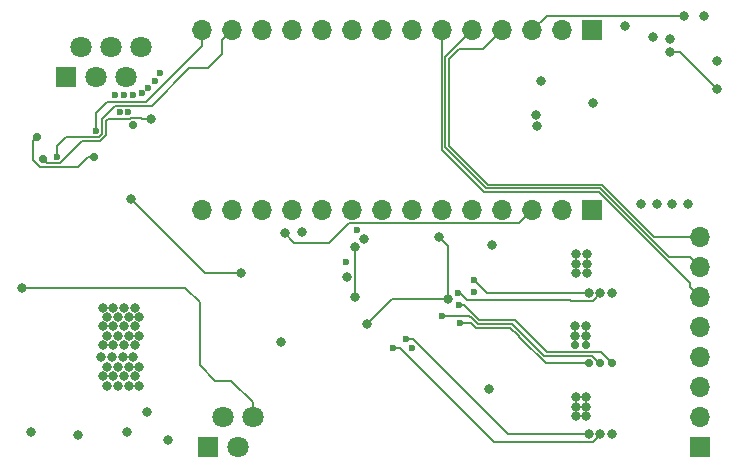
<source format=gbr>
G04 #@! TF.GenerationSoftware,KiCad,Pcbnew,5.1.3-ffb9f22~84~ubuntu18.04.1*
G04 #@! TF.CreationDate,2019-10-12T08:12:31-07:00*
G04 #@! TF.ProjectId,board,626f6172-642e-46b6-9963-61645f706362,rev?*
G04 #@! TF.SameCoordinates,Original*
G04 #@! TF.FileFunction,Copper,L2,Inr*
G04 #@! TF.FilePolarity,Positive*
%FSLAX46Y46*%
G04 Gerber Fmt 4.6, Leading zero omitted, Abs format (unit mm)*
G04 Created by KiCad (PCBNEW 5.1.3-ffb9f22~84~ubuntu18.04.1) date 2019-10-12 08:12:31*
%MOMM*%
%LPD*%
G04 APERTURE LIST*
%ADD10O,1.700000X1.700000*%
%ADD11R,1.700000X1.700000*%
%ADD12C,1.800000*%
%ADD13R,1.800000X1.800000*%
%ADD14C,0.800000*%
%ADD15C,0.600000*%
%ADD16C,0.700000*%
%ADD17C,0.152400*%
%ADD18C,0.177800*%
G04 APERTURE END LIST*
D10*
X108798000Y-101836000D03*
X111338000Y-101836000D03*
X113878000Y-101836000D03*
X116418000Y-101836000D03*
X118958000Y-101836000D03*
X121498000Y-101836000D03*
X124038000Y-101836000D03*
X126578000Y-101836000D03*
X129118000Y-101836000D03*
X131658000Y-101836000D03*
X134198000Y-101836000D03*
X136738000Y-101836000D03*
X139278000Y-101836000D03*
D11*
X141818000Y-101836000D03*
X141818000Y-117036000D03*
D10*
X139278000Y-117036000D03*
X136738000Y-117036000D03*
X134198000Y-117036000D03*
X131658000Y-117036000D03*
X129118000Y-117036000D03*
X126578000Y-117036000D03*
X124038000Y-117036000D03*
X121498000Y-117036000D03*
X118958000Y-117036000D03*
X116418000Y-117036000D03*
X113878000Y-117036000D03*
X111338000Y-117036000D03*
X108798000Y-117036000D03*
X150977600Y-119329200D03*
X150977600Y-121869200D03*
X150977600Y-124409200D03*
X150977600Y-126949200D03*
X150977600Y-129489200D03*
X150977600Y-132029200D03*
X150977600Y-134569200D03*
D11*
X150977600Y-137109200D03*
D12*
X103650000Y-103260000D03*
X102380000Y-105800000D03*
D13*
X97300000Y-105800000D03*
D12*
X98570000Y-103260000D03*
X99840000Y-105800000D03*
X101110000Y-103260000D03*
D13*
X109295000Y-137120000D03*
D12*
X110565000Y-134580000D03*
X111835000Y-137120000D03*
X113105000Y-134580000D03*
D14*
X115500000Y-128200000D03*
D15*
X121031000Y-121412000D03*
X121920000Y-118745000D03*
D14*
X117300000Y-118900000D03*
X121793000Y-120142000D03*
X115800000Y-119000000D03*
X121793000Y-124396500D03*
X144600000Y-101500000D03*
X148444798Y-102600000D03*
X151300000Y-100577400D03*
X112100000Y-122400000D03*
X102800000Y-116100000D03*
X141595194Y-124100000D03*
D15*
X131800000Y-123000000D03*
D14*
X142547597Y-124100000D03*
D15*
X130492500Y-124079000D03*
D16*
X142500000Y-130000000D03*
D15*
X129159000Y-125984000D03*
D16*
X141547597Y-130000000D03*
D15*
X130683000Y-126619000D03*
D14*
X141595194Y-136000000D03*
D15*
X126052638Y-127947362D03*
D14*
X142547597Y-136000000D03*
D15*
X124992985Y-128707015D03*
D16*
X94869000Y-110871000D03*
X102997000Y-109855000D03*
X99695000Y-112522000D03*
D14*
X133333500Y-119961500D03*
X133079500Y-132153500D03*
X128912000Y-119311000D03*
X141400000Y-121600000D03*
X140500000Y-121600000D03*
X140500000Y-122400000D03*
X141400000Y-120800000D03*
X141400000Y-122400000D03*
X141300000Y-127700000D03*
X140400000Y-127700000D03*
D16*
X140400000Y-128500000D03*
D14*
X140400000Y-126900000D03*
X141300000Y-126900000D03*
D16*
X141300000Y-128500000D03*
D14*
X141300000Y-133700000D03*
X140450000Y-133700000D03*
X140450000Y-134500000D03*
X140450000Y-132900000D03*
X100300000Y-129500000D03*
X101200000Y-129500000D03*
X102100000Y-129500000D03*
X103000000Y-129500000D03*
X100800000Y-130300000D03*
X101700000Y-130300000D03*
X102600000Y-130300000D03*
X103500000Y-130300000D03*
X100400000Y-131100000D03*
X101300000Y-131100000D03*
X102200000Y-131100000D03*
X103100000Y-131100000D03*
X100800000Y-131900000D03*
X101700000Y-131900000D03*
X102600000Y-131900000D03*
X103500000Y-131900000D03*
X141300000Y-132900000D03*
X141300000Y-134500000D03*
X93600000Y-123600000D03*
X121100000Y-122700000D03*
X122555000Y-119507000D03*
X122792500Y-126692500D03*
X152422600Y-104400000D03*
X105900000Y-136502400D03*
X140500000Y-120800000D03*
X129667000Y-124587000D03*
D15*
X99822000Y-110363000D03*
X96520000Y-112522000D03*
D14*
X147000000Y-102400000D03*
X149600000Y-100577400D03*
X148444798Y-103700000D03*
X152422600Y-106800000D03*
X102500000Y-135800000D03*
X94300000Y-135800000D03*
X98300000Y-136100000D03*
X141900000Y-107950000D03*
X143500000Y-124100000D03*
D15*
X131800000Y-123952403D03*
D16*
X143500000Y-130000000D03*
D15*
X130556000Y-125095000D03*
D14*
X143500000Y-136000000D03*
D15*
X126559468Y-128753707D03*
D14*
X150000000Y-116500000D03*
X148600000Y-116500000D03*
X147300000Y-116500000D03*
X146000000Y-116500000D03*
D15*
X101409500Y-107315000D03*
X101876000Y-108760000D03*
X102511000Y-108760000D03*
X102171500Y-107315000D03*
X102933500Y-107315000D03*
X103695500Y-107124500D03*
X104267000Y-106680000D03*
X104838500Y-106108500D03*
X105283000Y-105473500D03*
D14*
X104175000Y-134150000D03*
X137166671Y-109950066D03*
X137100000Y-109000000D03*
X137500000Y-106100000D03*
D16*
X95331000Y-112724000D03*
D14*
X104475000Y-109295000D03*
X100800000Y-127700000D03*
X101700000Y-127700000D03*
X102600000Y-127700000D03*
X103500000Y-127700000D03*
X100400000Y-125300000D03*
X101300000Y-125300000D03*
X102200000Y-125300000D03*
X103100000Y-125300000D03*
X100800000Y-126100000D03*
X101700000Y-126100000D03*
X102600000Y-126100000D03*
X103500000Y-126100000D03*
X100400000Y-126900000D03*
X101300000Y-126900000D03*
X102200000Y-126900000D03*
X103100000Y-126900000D03*
X100400000Y-128500000D03*
X101300000Y-128500000D03*
X102200000Y-128500000D03*
X103100000Y-128500000D03*
D17*
X116600000Y-119800000D02*
X115800000Y-119000000D01*
X112100000Y-122400000D02*
X109100000Y-122400000D01*
X109100000Y-122400000D02*
X102800000Y-116100000D01*
X135888001Y-117885999D02*
X136738000Y-117036000D01*
X135659399Y-118114601D02*
X135888001Y-117885999D01*
X124385399Y-118114601D02*
X124464601Y-118114601D01*
X124464601Y-118114601D02*
X135659399Y-118114601D01*
X121768069Y-118114601D02*
X123566399Y-118114601D01*
X123358528Y-118114601D02*
X123566399Y-118114601D01*
X123566399Y-118114601D02*
X124464601Y-118114601D01*
X121280399Y-118114601D02*
X119595000Y-119800000D01*
X121768069Y-118114601D02*
X121280399Y-118114601D01*
X119595000Y-119800000D02*
X116600000Y-119800000D01*
X121793000Y-120269000D02*
X121920000Y-120142000D01*
X121793000Y-124333000D02*
X121793000Y-120269000D01*
D18*
X141595194Y-124100000D02*
X132900000Y-124100000D01*
X132900000Y-124100000D02*
X131800000Y-123000000D01*
D17*
X131253911Y-124649911D02*
X130556000Y-123952000D01*
X139949911Y-124649911D02*
X131253911Y-124649911D01*
D18*
X140041301Y-124741301D02*
X139949911Y-124649911D01*
X141903019Y-124741301D02*
X140041301Y-124741301D01*
X142547597Y-124100000D02*
X142544320Y-124100000D01*
X142544320Y-124100000D02*
X141903019Y-124741301D01*
X142422723Y-130000000D02*
X142500000Y-130000000D01*
X132143508Y-126682508D02*
X135064508Y-126682508D01*
X135064508Y-126682508D02*
X137790699Y-129408699D01*
X141831422Y-129408699D02*
X142422723Y-130000000D01*
X137790699Y-129408699D02*
X141831422Y-129408699D01*
X131445000Y-125984000D02*
X129159000Y-125984000D01*
X131826000Y-126365000D02*
X131445000Y-125984000D01*
X131826000Y-126365000D02*
X132143508Y-126682508D01*
X131572000Y-126111000D02*
X131826000Y-126365000D01*
X141547597Y-130000000D02*
X137915014Y-130000000D01*
X137915014Y-130000000D02*
X135847007Y-127931993D01*
X135847007Y-127931993D02*
X135668409Y-127753395D01*
X135529507Y-127614493D02*
X135847007Y-127931993D01*
X134927732Y-127012718D02*
X135529507Y-127614493D01*
X132006732Y-127012718D02*
X134927732Y-127012718D01*
X131613014Y-126619000D02*
X132006732Y-127012718D01*
X130683000Y-126619000D02*
X131613014Y-126619000D01*
X126618323Y-127947362D02*
X126052638Y-127947362D01*
X126702249Y-127947362D02*
X126618323Y-127947362D01*
X134754887Y-136000000D02*
X126702249Y-127947362D01*
X141595194Y-136000000D02*
X134754887Y-136000000D01*
X142147598Y-136399999D02*
X142547597Y-136000000D01*
X141906296Y-136641301D02*
X142147598Y-136399999D01*
X133492956Y-136641301D02*
X141906296Y-136641301D01*
X125558670Y-128707015D02*
X133492956Y-136641301D01*
X124992985Y-128707015D02*
X125558670Y-128707015D01*
D17*
X113105000Y-133307208D02*
X111297792Y-131500000D01*
X113105000Y-134580000D02*
X113105000Y-133307208D01*
X111297792Y-131500000D02*
X109900000Y-131500000D01*
X109900000Y-131500000D02*
X108600000Y-130200000D01*
X108600000Y-130200000D02*
X108600000Y-124800000D01*
X107400000Y-123600000D02*
X93600000Y-123600000D01*
X108600000Y-124800000D02*
X107400000Y-123600000D01*
X129667000Y-120066000D02*
X128912000Y-119311000D01*
X129667000Y-124587000D02*
X129667000Y-120066000D01*
X124898000Y-124587000D02*
X122792500Y-126692500D01*
X129667000Y-124587000D02*
X124898000Y-124587000D01*
X94519001Y-111220999D02*
X94869000Y-110871000D01*
X94519001Y-112768331D02*
X94519001Y-111220999D01*
X95129479Y-113378809D02*
X94519001Y-112768331D01*
X98343217Y-113378809D02*
X95129479Y-113378809D01*
X99200026Y-112522000D02*
X98343217Y-113378809D01*
X99695000Y-112522000D02*
X99200026Y-112522000D01*
X150977600Y-121869200D02*
X150127601Y-121019201D01*
X148343749Y-121019201D02*
X142519738Y-115195190D01*
X150127601Y-121019201D02*
X148343749Y-121019201D01*
X132895190Y-115195190D02*
X129422810Y-111722810D01*
X142519738Y-115195190D02*
X132895190Y-115195190D01*
X129422810Y-104071190D02*
X131658000Y-101836000D01*
X129422810Y-111722810D02*
X129422810Y-104071190D01*
X129118000Y-111918000D02*
X129118000Y-101836000D01*
X132700000Y-115500000D02*
X129118000Y-111918000D01*
X142393482Y-115500000D02*
X132700000Y-115500000D01*
X150127601Y-123559201D02*
X150977600Y-124409200D01*
X150127601Y-123234119D02*
X150127601Y-123559201D01*
X142393482Y-115500000D02*
X150127601Y-123234119D01*
X134198000Y-101836000D02*
X132634000Y-103400000D01*
X130600000Y-103400000D02*
X129727620Y-104272380D01*
X132634000Y-103400000D02*
X130600000Y-103400000D01*
X129727620Y-104272380D02*
X129727620Y-111596554D01*
X129727620Y-111596554D02*
X133021446Y-114890380D01*
X133021446Y-114890380D02*
X142645995Y-114890381D01*
X147084814Y-119329200D02*
X150977600Y-119329200D01*
X142645995Y-114890381D02*
X147084814Y-119329200D01*
X108798000Y-103186000D02*
X108798000Y-101836000D01*
X104084810Y-107899190D02*
X108798000Y-103186000D01*
X100761810Y-107899190D02*
X104084810Y-107899190D01*
X99822000Y-108839000D02*
X100761810Y-107899190D01*
X99822000Y-110363000D02*
X99822000Y-108839000D01*
X109336835Y-105018835D02*
X110488001Y-103867669D01*
X107747495Y-105018835D02*
X109336835Y-105018835D01*
X104562330Y-108204000D02*
X107747495Y-105018835D01*
X101473000Y-108204000D02*
X104562330Y-108204000D01*
X96520000Y-112522000D02*
X96520000Y-111633000D01*
X96520000Y-111633000D02*
X97261399Y-110891601D01*
X110488001Y-102685999D02*
X111338000Y-101836000D01*
X97261399Y-110891601D02*
X100075729Y-110891601D01*
X100075729Y-110891601D02*
X100350601Y-110616729D01*
X100350601Y-110616729D02*
X100350601Y-109326399D01*
X110488001Y-103867669D02*
X110488001Y-102685999D01*
X100350601Y-109326399D02*
X101473000Y-108204000D01*
X136738000Y-101836000D02*
X137996600Y-100577400D01*
X137996600Y-100577400D02*
X149600000Y-100577400D01*
X148444798Y-103700000D02*
X149322600Y-103700000D01*
X149322600Y-103700000D02*
X152422600Y-106800000D01*
X138018229Y-129078601D02*
X135304628Y-126365000D01*
X135304628Y-126365000D02*
X132275026Y-126365000D01*
X142578601Y-129078601D02*
X138018229Y-129078601D01*
X143500000Y-130000000D02*
X142578601Y-129078601D01*
X131005026Y-125095000D02*
X130556000Y-125095000D01*
X132275026Y-126365000D02*
X131005026Y-125095000D01*
X103678999Y-109276399D02*
X103697600Y-109295000D01*
X102719271Y-109276399D02*
X103678999Y-109276399D01*
X100711000Y-110687396D02*
X100711000Y-109474000D01*
X103697600Y-109295000D02*
X104475000Y-109295000D01*
X102700670Y-109295000D02*
X102719271Y-109276399D01*
X100201986Y-111196410D02*
X100711000Y-110687396D01*
X98627920Y-111196410D02*
X100201986Y-111196410D01*
X100890000Y-109295000D02*
X102700670Y-109295000D01*
X96750331Y-113073999D02*
X98627920Y-111196410D01*
X95680999Y-113073999D02*
X96750331Y-113073999D01*
X100711000Y-109474000D02*
X100890000Y-109295000D01*
X95331000Y-112724000D02*
X95680999Y-113073999D01*
M02*

</source>
